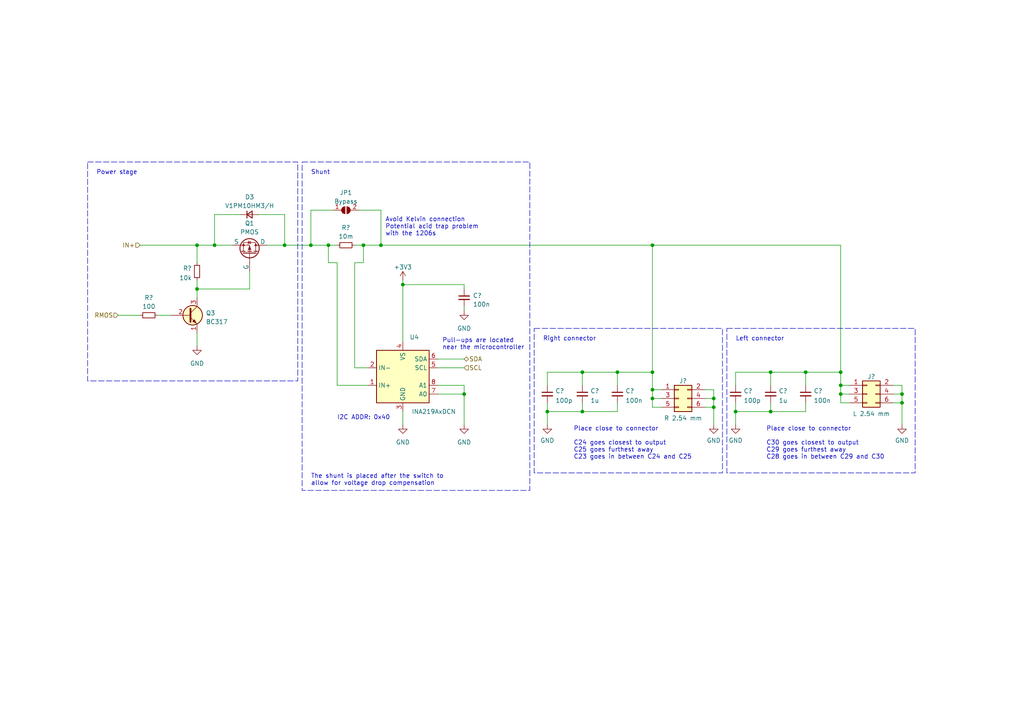
<source format=kicad_sch>
(kicad_sch (version 20230121) (generator eeschema)
  (paper "A4")
  (title_block (title "Output Control") (date "2023-05-09") (rev "2") (company "Cuprum77"))
  (lib_symbols
    (symbol "Connector_Generic:Conn_02x03_Odd_Even" (pin_names (offset 1.016) hide)
      (property "Reference" "J" (at 1.27 5.08 0))
      (property "Value" "Conn_02x03_Odd_Even" (at 1.27 -5.08 0))
      (symbol "Conn_02x03_Odd_Even_1_1"
        (rectangle (start -1.27 -2.413) (end 0 -2.667) (stroke (width 0.1524)))
        (rectangle (start -1.27 0.127) (end 0 -0.127) (stroke (width 0.1524)))
        (rectangle (start -1.27 2.667) (end 0 2.413) (stroke (width 0.1524)))
        (rectangle (start -1.27 3.81) (end 3.81 -3.81) (stroke (width 0.254)) (fill (type background)))
        (rectangle (start 3.81 -2.413) (end 2.54 -2.667) (stroke (width 0.1524)))
        (rectangle (start 3.81 0.127) (end 2.54 -0.127) (stroke (width 0.1524)))
        (rectangle (start 3.81 2.667) (end 2.54 2.413) (stroke (width 0.1524)))
        (pin passive line (at -5.08 2.54 0) (length 3.81) (name "Pin_1") (number "1"))
        (pin passive line (at 7.62 2.54 180) (length 3.81) (name "Pin_2") (number "2"))
        (pin passive line (at -5.08 0 0) (length 3.81) (name "Pin_3") (number "3"))
        (pin passive line (at 7.62 0 180) (length 3.81) (name "Pin_4") (number "4"))
        (pin passive line (at -5.08 -2.54 0) (length 3.81) (name "Pin_5") (number "5"))
        (pin passive line (at 7.62 -2.54 180) (length 3.81) (name "Pin_6") (number "6"))
      )
    )
    (symbol "Device:C_Small" (pin_numbers hide) (pin_names (offset 0.254) hide)
      (property "Reference" "C" (at 0.254 1.778 0))
      (property "Value" "C_Small" (at 0.254 -2.032 0))
      (symbol "C_Small_0_1"
        (polyline (pts (xy -1.524 -0.508) (xy 1.524 -0.508)) (stroke (width 0.3302)))
        (polyline (pts (xy -1.524 0.508) (xy 1.524 0.508)) (stroke (width 0.3048)))
      )
      (symbol "C_Small_1_1"
        (pin passive line (at 0 2.54 270) (length 2.032) (name "~") (number "1"))
        (pin passive line (at 0 -2.54 90) (length 2.032) (name "~") (number "2"))
      )
    )
    (symbol "Device:D_Small" (pin_numbers hide) (pin_names (offset 0.254) hide)
      (property "Reference" "D" (at -1.27 2.032 0))
      (property "Value" "D_Small" (at -3.81 -2.032 0))
      (symbol "D_Small_0_1"
        (polyline (pts (xy -0.762 -1.016) (xy -0.762 1.016)) (stroke (width 0.254)))
        (polyline (pts (xy -0.762 0) (xy 0.762 0)))
        (polyline (pts (xy 0.762 -1.016) (xy -0.762 0) (xy 0.762 1.016) (xy 0.762 -1.016)) (stroke (width 0.254)))
      )
      (symbol "D_Small_1_1"
        (pin passive line (at -2.54 0 0) (length 1.778) (name "K") (number "1"))
        (pin passive line (at 2.54 0 180) (length 1.778) (name "A") (number "2"))
      )
    )
    (symbol "Device:R_Small" (pin_numbers hide) (pin_names (offset 0.254) hide)
      (property "Reference" "R" (at 0.762 0.508 0))
      (property "Value" "R_Small" (at 0.762 -1.016 0))
      (symbol "R_Small_0_1"
        (rectangle (start -0.762 1.778) (end 0.762 -1.778) (stroke (width 0.2032)))
      )
      (symbol "R_Small_1_1"
        (pin passive line (at 0 2.54 270) (length 0.762) (name "~") (number "1"))
        (pin passive line (at 0 -2.54 90) (length 0.762) (name "~") (number "2"))
      )
    )
    (symbol "Jumper:SolderJumper_2_Open" (pin_names (offset 0) hide)
      (property "Reference" "JP" (at 0 2.032 0))
      (property "Value" "SolderJumper_2_Open" (at 0 -2.54 0))
      (symbol "SolderJumper_2_Open_0_1"
        (arc (start -0.254 1.016) (mid -1.2656 0) (end -0.254 -1.016))
        (arc (start -0.254 1.016) (mid -1.2656 0) (end -0.254 -1.016) (fill (type outline)))
        (polyline (pts (xy -0.254 1.016) (xy -0.254 -1.016)))
        (polyline (pts (xy 0.254 1.016) (xy 0.254 -1.016)))
        (arc (start 0.254 -1.016) (mid 1.2656 0) (end 0.254 1.016))
        (arc (start 0.254 -1.016) (mid 1.2656 0) (end 0.254 1.016) (fill (type outline)))
      )
      (symbol "SolderJumper_2_Open_1_1"
        (pin passive line (at -3.81 0 0) (length 2.54) (name "A") (number "1"))
        (pin passive line (at 3.81 0 180) (length 2.54) (name "B") (number "2"))
      )
    )
    (symbol "PCM_4ms_Power-symbol:GND" (power) (pin_names (offset 0))
      (property "Value" "GND" (at 0 -3.81 0))
      (symbol "GND_0_1"
        (polyline (pts (xy 0 0) (xy 0 -1.27) (xy 1.27 -1.27) (xy 0 -2.54) (xy -1.27 -1.27) (xy 0 -1.27)))
      )
      (symbol "GND_1_1"
        (pin power_in line (at 0 0 270) (length 0) hide (name "GND") (number "1"))
      )
    )
    (symbol "PCM_Transistor_BJT_AKL:BC317" (pin_names hide)
      (property "Reference" "Q" (at 5.08 1.27 0))
      (property "Value" "BC317" (at 5.08 -1.27 0))
      (symbol "BC317_0_1"
        (polyline (pts (xy 0.635 0.635) (xy 2.54 2.54)))
        (polyline (pts (xy 0.635 -0.635) (xy 2.54 -2.54) (xy 2.54 -2.54)))
        (polyline (pts (xy 0.635 1.905) (xy 0.635 -1.905) (xy 0.635 -1.905)) (stroke (width 0.508)))
        (polyline (pts (xy 1.27 -1.778) (xy 1.778 -1.27) (xy 2.286 -2.286) (xy 1.27 -1.778) (xy 1.27 -1.778)) (fill (type outline)))
        (circle (center 1.27 0) (radius 2.8194) (stroke (width 0.254)) (fill (type background)))
      )
      (symbol "BC317_1_1"
        (pin passive line (at 2.54 -5.08 90) (length 2.54) (name "E") (number "1"))
        (pin passive line (at -5.08 0 0) (length 5.715) (name "B") (number "2"))
        (pin passive line (at 2.54 5.08 270) (length 2.54) (name "C") (number "3"))
      )
    )
    (symbol "Sensor_Energy:INA219AxDCN"
      (property "Reference" "U7" (at 1.9559 11.43 0))
      (property "Value" "INA219AxDCN" (at 1.9559 8.89 0))
      (symbol "INA219AxDCN_0_1"
        (rectangle (start -7.62 7.62) (end 7.62 -7.62) (stroke (width 0.254)) (fill (type background)))
      )
      (symbol "INA219AxDCN_1_1"
        (pin input line (at -10.16 -2.54 0) (length 2.54) (name "IN+") (number "1"))
        (pin input line (at -10.16 2.54 0) (length 2.54) (name "IN-") (number "2"))
        (pin power_in line (at 0 -10.16 90) (length 2.54) (name "GND") (number "3"))
        (pin power_in line (at 0 10.16 270) (length 2.54) (name "VS") (number "4"))
        (pin input line (at 10.16 2.54 180) (length 2.54) (name "SCL") (number "5"))
        (pin bidirectional line (at 10.16 5.08 180) (length 2.54) (name "SDA") (number "6"))
        (pin input line (at 10.16 -5.08 180) (length 2.54) (name "A0") (number "7"))
        (pin input line (at 10.16 -2.54 180) (length 2.54) (name "A1") (number "8"))
      )
    )
    (symbol "Simulation_SPICE:PMOS" (pin_numbers hide) (pin_names (offset 0))
      (property "Reference" "Q" (at 5.08 1.27 0))
      (property "Value" "PMOS" (at 5.08 -1.27 0))
      (symbol "PMOS_0_1"
        (polyline (pts (xy 0.254 0) (xy -2.54 0)))
        (polyline (pts (xy 0.254 1.905) (xy 0.254 -1.905)) (stroke (width 0.254)))
        (polyline (pts (xy 0.762 -1.27) (xy 0.762 -2.286)) (stroke (width 0.254)))
        (polyline (pts (xy 0.762 0.508) (xy 0.762 -0.508)) (stroke (width 0.254)))
        (polyline (pts (xy 0.762 2.286) (xy 0.762 1.27)) (stroke (width 0.254)))
        (polyline (pts (xy 2.54 2.54) (xy 2.54 1.778)))
        (polyline (pts (xy 2.54 -2.54) (xy 2.54 0) (xy 0.762 0)))
        (polyline (pts (xy 0.762 1.778) (xy 3.302 1.778) (xy 3.302 -1.778) (xy 0.762 -1.778)))
        (polyline (pts (xy 2.286 0) (xy 1.27 0.381) (xy 1.27 -0.381) (xy 2.286 0)) (fill (type outline)))
        (polyline (pts (xy 2.794 -0.508) (xy 2.921 -0.381) (xy 3.683 -0.381) (xy 3.81 -0.254)))
        (polyline (pts (xy 3.302 -0.381) (xy 2.921 0.254) (xy 3.683 0.254) (xy 3.302 -0.381)))
        (circle (center 1.651 0) (radius 2.794) (stroke (width 0.254)))
        (circle (center 2.54 -1.778) (radius 0.254) (fill (type outline)))
        (circle (center 2.54 1.778) (radius 0.254) (fill (type outline)))
      )
      (symbol "PMOS_1_1"
        (pin passive line (at 2.54 5.08 270) (length 2.54) (name "D") (number "1"))
        (pin input line (at -5.08 0 0) (length 2.54) (name "G") (number "2"))
        (pin passive line (at 2.54 -5.08 90) (length 2.54) (name "S") (number "3"))
      )
    )
    (symbol "power:+3V3" (power) (pin_names (offset 0))
      (property "Value" "+3V3" (at 0 3.556 0))
      (symbol "+3V3_0_1"
        (polyline (pts (xy -0.762 1.27) (xy 0 2.54)))
        (polyline (pts (xy 0 0) (xy 0 2.54)))
        (polyline (pts (xy 0 2.54) (xy 0.762 1.27)))
      )
      (symbol "+3V3_1_1"
        (pin power_in line (at 0 0 90) (length 0) hide (name "+3V3") (number "1"))
      )
    )
    (symbol "power:GND" (power) (pin_names (offset 0))
      (property "Value" "GND" (at 0 -3.81 0))
      (symbol "GND_0_1"
        (polyline (pts (xy 0 0) (xy 0 -1.27) (xy 1.27 -1.27) (xy 0 -2.54) (xy -1.27 -1.27) (xy 0 -1.27)))
      )
      (symbol "GND_1_1"
        (pin power_in line (at 0 0 270) (length 0) hide (name "GND") (number "1"))
      )
    )
  )
  (junction (at 189.23 71.12))
  (junction (at 158.75 119.38))
  (junction (at 243.84 114.3))
  (junction (at 105.41 71.12))
  (junction (at 213.36 119.38))
  (junction (at 57.15 71.12))
  (junction (at 168.91 107.95))
  (junction (at 243.84 107.95))
  (junction (at 189.23 115.57))
  (junction (at 116.84 82.55))
  (junction (at 168.91 119.38))
  (junction (at 189.23 107.95))
  (junction (at 110.49 71.12))
  (junction (at 95.25 71.12))
  (junction (at 189.23 113.03))
  (junction (at 134.62 114.3))
  (junction (at 179.07 107.95))
  (junction (at 233.68 107.95))
  (junction (at 82.55 71.12))
  (junction (at 261.62 114.3))
  (junction (at 223.52 107.95))
  (junction (at 207.01 115.57))
  (junction (at 62.23 71.12))
  (junction (at 223.52 119.38))
  (junction (at 243.84 111.76))
  (junction (at 90.17 71.12))
  (junction (at 57.15 83.82))
  (junction (at 207.01 118.11))
  (junction (at 261.62 116.84))
  (wire (pts (xy 168.91 111.76) (xy 168.91 107.95)))
  (wire (pts (xy 207.01 123.19) (xy 207.01 118.11)))
  (wire (pts (xy 74.93 62.23) (xy 82.55 62.23)))
  (wire (pts (xy 72.39 83.82) (xy 72.39 78.74)))
  (wire (pts (xy 158.75 119.38) (xy 158.75 116.84)))
  (wire (pts (xy 204.47 113.03) (xy 207.01 113.03)))
  (wire (pts (xy 116.84 82.55) (xy 116.84 99.06)))
  (wire (pts (xy 204.47 115.57) (xy 207.01 115.57)))
  (wire (pts (xy 127 106.68) (xy 134.62 106.68)))
  (wire (pts (xy 127 111.76) (xy 134.62 111.76)))
  (wire (pts (xy 243.84 114.3) (xy 246.38 114.3)))
  (wire (pts (xy 127 114.3) (xy 134.62 114.3)))
  (wire (pts (xy 40.64 91.44) (xy 34.29 91.44)))
  (wire (pts (xy 223.52 116.84) (xy 223.52 119.38)))
  (wire (pts (xy 189.23 71.12) (xy 243.84 71.12)))
  (wire (pts (xy 191.77 118.11) (xy 189.23 118.11)))
  (wire (pts (xy 207.01 118.11) (xy 207.01 115.57)))
  (wire (pts (xy 189.23 115.57) (xy 189.23 113.03)))
  (wire (pts (xy 189.23 107.95) (xy 189.23 113.03)))
  (wire (pts (xy 259.08 111.76) (xy 261.62 111.76)))
  (wire (pts (xy 90.17 60.96) (xy 90.17 71.12)))
  (wire (pts (xy 57.15 83.82) (xy 57.15 86.36)))
  (wire (pts (xy 62.23 71.12) (xy 67.31 71.12)))
  (wire (pts (xy 127 104.14) (xy 134.62 104.14)))
  (wire (pts (xy 204.47 118.11) (xy 207.01 118.11)))
  (wire (pts (xy 158.75 119.38) (xy 168.91 119.38)))
  (wire (pts (xy 189.23 71.12) (xy 189.23 107.95)))
  (wire (pts (xy 102.87 76.2) (xy 105.41 76.2)))
  (wire (pts (xy 189.23 113.03) (xy 191.77 113.03)))
  (wire (pts (xy 97.79 76.2) (xy 97.79 111.76)))
  (wire (pts (xy 233.68 116.84) (xy 233.68 119.38)))
  (wire (pts (xy 223.52 111.76) (xy 223.52 107.95)))
  (wire (pts (xy 110.49 60.96) (xy 110.49 71.12)))
  (wire (pts (xy 134.62 82.55) (xy 116.84 82.55)))
  (wire (pts (xy 243.84 111.76) (xy 243.84 114.3)))
  (wire (pts (xy 69.85 62.23) (xy 62.23 62.23)))
  (wire (pts (xy 102.87 106.68) (xy 102.87 76.2)))
  (wire (pts (xy 134.62 88.9) (xy 134.62 90.17)))
  (wire (pts (xy 116.84 81.28) (xy 116.84 82.55)))
  (wire (pts (xy 158.75 123.19) (xy 158.75 119.38)))
  (wire (pts (xy 233.68 107.95) (xy 243.84 107.95)))
  (wire (pts (xy 213.36 111.76) (xy 213.36 107.95)))
  (wire (pts (xy 233.68 111.76) (xy 233.68 107.95)))
  (wire (pts (xy 104.14 60.96) (xy 110.49 60.96)))
  (wire (pts (xy 261.62 114.3) (xy 261.62 111.76)))
  (wire (pts (xy 105.41 76.2) (xy 105.41 71.12)))
  (wire (pts (xy 179.07 111.76) (xy 179.07 107.95)))
  (wire (pts (xy 90.17 71.12) (xy 95.25 71.12)))
  (wire (pts (xy 243.84 71.12) (xy 243.84 107.95)))
  (wire (pts (xy 243.84 107.95) (xy 243.84 111.76)))
  (wire (pts (xy 102.87 106.68) (xy 106.68 106.68)))
  (wire (pts (xy 57.15 83.82) (xy 72.39 83.82)))
  (wire (pts (xy 179.07 107.95) (xy 189.23 107.95)))
  (wire (pts (xy 40.64 71.12) (xy 57.15 71.12)))
  (wire (pts (xy 57.15 96.52) (xy 57.15 100.33)))
  (wire (pts (xy 105.41 71.12) (xy 110.49 71.12)))
  (wire (pts (xy 168.91 119.38) (xy 179.07 119.38)))
  (wire (pts (xy 261.62 123.19) (xy 261.62 116.84)))
  (wire (pts (xy 168.91 116.84) (xy 168.91 119.38)))
  (wire (pts (xy 102.87 71.12) (xy 105.41 71.12)))
  (wire (pts (xy 213.36 119.38) (xy 213.36 116.84)))
  (wire (pts (xy 134.62 83.82) (xy 134.62 82.55)))
  (wire (pts (xy 95.25 71.12) (xy 97.79 71.12)))
  (wire (pts (xy 261.62 116.84) (xy 261.62 114.3)))
  (wire (pts (xy 189.23 115.57) (xy 189.23 118.11)))
  (wire (pts (xy 243.84 114.3) (xy 243.84 116.84)))
  (wire (pts (xy 213.36 107.95) (xy 223.52 107.95)))
  (wire (pts (xy 158.75 107.95) (xy 168.91 107.95)))
  (wire (pts (xy 57.15 81.28) (xy 57.15 83.82)))
  (wire (pts (xy 116.84 119.38) (xy 116.84 123.19)))
  (wire (pts (xy 62.23 62.23) (xy 62.23 71.12)))
  (wire (pts (xy 223.52 119.38) (xy 233.68 119.38)))
  (wire (pts (xy 207.01 115.57) (xy 207.01 113.03)))
  (wire (pts (xy 213.36 119.38) (xy 223.52 119.38)))
  (wire (pts (xy 90.17 60.96) (xy 96.52 60.96)))
  (wire (pts (xy 243.84 111.76) (xy 246.38 111.76)))
  (wire (pts (xy 95.25 71.12) (xy 95.25 76.2)))
  (wire (pts (xy 134.62 111.76) (xy 134.62 114.3)))
  (wire (pts (xy 57.15 71.12) (xy 57.15 76.2)))
  (wire (pts (xy 213.36 119.38) (xy 213.36 123.19)))
  (wire (pts (xy 82.55 62.23) (xy 82.55 71.12)))
  (wire (pts (xy 95.25 76.2) (xy 97.79 76.2)))
  (wire (pts (xy 259.08 114.3) (xy 261.62 114.3)))
  (wire (pts (xy 259.08 116.84) (xy 261.62 116.84)))
  (wire (pts (xy 246.38 116.84) (xy 243.84 116.84)))
  (wire (pts (xy 158.75 111.76) (xy 158.75 107.95)))
  (wire (pts (xy 168.91 107.95) (xy 179.07 107.95)))
  (wire (pts (xy 77.47 71.12) (xy 82.55 71.12)))
  (wire (pts (xy 134.62 114.3) (xy 134.62 123.19)))
  (wire (pts (xy 45.72 91.44) (xy 49.53 91.44)))
  (wire (pts (xy 110.49 71.12) (xy 189.23 71.12)))
  (wire (pts (xy 97.79 111.76) (xy 106.68 111.76)))
  (wire (pts (xy 189.23 115.57) (xy 191.77 115.57)))
  (wire (pts (xy 179.07 116.84) (xy 179.07 119.38)))
  (wire (pts (xy 223.52 107.95) (xy 233.68 107.95)))
  (wire (pts (xy 57.15 71.12) (xy 62.23 71.12)))
  (wire (pts (xy 82.55 71.12) (xy 90.17 71.12)))
  (rectangle (start 210.82 95.25) (end 265.43 137.16) (stroke (width 0) (type dash)))
  (rectangle (start 154.94 95.25) (end 209.55 137.16) (stroke (width 0) (type dash)))
  (rectangle (start 87.63 46.99) (end 153.67 142.24) (stroke (width 0) (type dash)))
  (rectangle (start 25.4 46.99) (end 86.36 110.49) (stroke (width 0) (type dash)))
  (text "Place close to connector\n\nC30 goes closest to output\nC29 goes furthest away\nC28 goes in between C29 and C30" (at 222.25 133.35 0) (effects (font (size 1.27 1.27)) (justify left bottom)))
  (text "Shunt" (at 90.17 50.8 0) (effects (font (size 1.27 1.27)) (justify left bottom)))
  (text "I2C ADDR: 0x40" (at 97.79 121.92 0) (effects (font (size 1.27 1.27)) (justify left bottom)))
  (text "Avoid Kelvin connection\nPotential acid trap problem\nwith the 1206s" (at 111.76 68.58 0) (effects (font (size 1.27 1.27)) (justify left bottom)))
  (text "The shunt is placed after the switch to \nallow for voltage drop compensation" (at 90.17 140.97 0) (effects (font (size 1.27 1.27)) (justify left bottom)))
  (text "Right connector" (at 157.48 99.06 0) (effects (font (size 1.27 1.27)) (justify left bottom)))
  (text "Left connector" (at 213.36 99.06 0) (effects (font (size 1.27 1.27)) (justify left bottom)))
  (text "Pull-ups are located \nnear the microcontroller" (at 128.27 101.6 0) (effects (font (size 1.27 1.27)) (justify left bottom)))
  (text "Place close to connector\n\nC24 goes closest to output\nC25 goes furthest away\nC23 goes in between C24 and C25" (at 166.37 133.35 0) (effects (font (size 1.27 1.27)) (justify left bottom)))
  (text "Power stage" (at 27.94 50.8 0) (effects (font (size 1.27 1.27)) (justify left bottom)))
  (hierarchical_label "SDA" (shape bidirectional) (at 134.62 104.14 0))
  (hierarchical_label "IN+" (shape input) (at 40.64 71.12 180))
  (hierarchical_label "SCL" (shape input) (at 134.62 106.68 0))
  (hierarchical_label "RMOS" (shape input) (at 34.29 91.44 180))
  (symbol (lib_id "Device:R_Small") (at 57.15 78.74 0) (mirror y) (unit 1)
    (property "Reference" "R?" (at 55.6514 77.8315 0) (effects (justify left)))
    (property "Value" "10k" (at 55.6514 80.6066 0) (effects (justify left)))
    (property "Footprint" "Cuprum:R_0603_1608Metric" (effects hide))
    (instances (project "USB-PD" (path "" (reference "R?") (unit 1)) (path "" (reference "R8") (unit 1))))
  )
  (symbol (lib_id "Device:R_Small") (at 100.33 71.12 90) (unit 1)
    (property "Reference" "R?" (at 100.33 66.04 90))
    (property "Value" "10m" (at 100.33 68.58 90))
    (property "Footprint" "Resistor_SMD:R_1206_3216Metric" (effects hide))
    (instances (project "USB-PD" (path "" (reference "R?") (unit 1)) (path "" (reference "R9") (unit 1)) (path "" (reference "R9") (unit 1)) (path "" (reference "R17") (unit 1))))
  )
  (symbol (lib_id "Device:C_Small") (at 213.36 114.3 0) (unit 1)
    (property "Reference" "C?" (at 215.6841 113.3978 0) (effects (justify left)))
    (property "Value" "100p" (at 215.6841 116.1729 0) (effects (justify left)))
    (property "Footprint" "KiCAD Library:C_0603_1608Metric" (effects hide))
    (instances (project "USB-PD" (path "" (reference "C?") (unit 1)) (path "" (reference "C30") (unit 1))))
  )
  (symbol (lib_id "Sensor_Energy:INA219AxDCN") (at 116.84 109.22 0) (unit 1)
    (property "Reference" "U4" (at 118.7959 97.79 0) (effects (justify left)))
    (property "Value" "INA219AxDCN" (at 119.38 119.38 0) (effects (justify left)))
    (property "Footprint" "Package_TO_SOT_SMD:SOT-23-8" (effects hide))
    (property "Datasheet" "http://www.ti.com/lit/ds/symlink/ina219.pdf" (effects hide))
  )
  (symbol (lib_id "PCM_4ms_Power-symbol:GND") (at 134.62 90.17 0) (unit 1)
    (property "Reference" "#PWR030" (effects hide))
    (property "Value" "GND" (at 134.62 95.25 0))
  )
  (symbol (lib_id "Device:C_Small") (at 158.75 114.3 0) (unit 1)
    (property "Reference" "C?" (at 161.0741 113.3978 0) (effects (justify left)))
    (property "Value" "100p" (at 161.0741 116.1729 0) (effects (justify left)))
    (property "Footprint" "KiCAD Library:C_0603_1608Metric" (effects hide))
    (instances (project "USB-PD" (path "" (reference "C?") (unit 1)) (path "" (reference "C25") (unit 1))))
  )
  (symbol (lib_id "Device:R_Small") (at 43.18 91.44 90) (mirror x) (unit 1)
    (property "Reference" "R?" (at 43.18 86.36 90))
    (property "Value" "100" (at 43.18 88.9 90))
    (property "Footprint" "Cuprum:R_0603_1608Metric" (effects hide))
    (instances (project "USB-PD" (path "" (reference "R?") (unit 1)) (path "" (reference "R6") (unit 1))))
  )
  (symbol (lib_id "Device:C_Small") (at 134.62 86.36 0) (unit 1)
    (property "Reference" "C?" (at 137.16 85.7313 0) (effects (justify left)))
    (property "Value" "100n" (at 137.16 88.2713 0) (effects (justify left)))
    (property "Footprint" "KiCAD Library:C_0603_1608Metric" (effects hide))
    (instances (project "USB-PD" (path "" (reference "C?") (unit 1)) (path "" (reference "C34") (unit 1)) (path "" (reference "C13") (unit 1))))
  )
  (symbol (lib_id "Jumper:SolderJumper_2_Open") (at 100.33 60.96 0) (unit 1)
    (property "Reference" "JP1" (at 100.33 55.88 0))
    (property "Value" "Bypass" (at 100.33 58.42 0))
    (property "Footprint" "Jumper:SolderJumper-2_P1.3mm_Open_RoundedPad1.0x1.5mm" (effects hide))
  )
  (symbol (lib_id "Device:C_Small") (at 233.68 114.3 0) (unit 1)
    (property "Reference" "C?" (at 236.0041 113.3978 0) (effects (justify left)))
    (property "Value" "100n" (at 236.0041 116.1729 0) (effects (justify left)))
    (property "Footprint" "KiCAD Library:C_0603_1608Metric" (effects hide))
    (instances (project "USB-PD" (path "" (reference "C?") (unit 1)) (path "" (reference "C29") (unit 1))))
  )
  (symbol (lib_id "PCM_4ms_Power-symbol:GND") (at 134.62 123.19 0) (unit 1)
    (property "Reference" "#PWR035" (effects hide))
    (property "Value" "GND" (at 134.62 128.27 0))
  )
  (symbol (lib_id "power:GND") (at 158.75 123.19 0) (unit 1)
    (property "Reference" "#PWR?" (effects hide))
    (property "Value" "GND" (at 158.75 127.7525 0))
    (instances (project "USB-PD" (path "" (reference "#PWR?") (unit 1)) (path "" (reference "#PWR027") (unit 1))))
  )
  (symbol (lib_id "power:GND") (at 261.62 123.19 0) (unit 1)
    (property "Reference" "#PWR?" (effects hide))
    (property "Value" "GND" (at 261.62 127.7525 0))
    (instances (project "USB-PD" (path "" (reference "#PWR?") (unit 1)) (path "" (reference "#PWR024") (unit 1))))
  )
  (symbol (lib_id "PCM_4ms_Power-symbol:GND") (at 116.84 123.19 0) (unit 1)
    (property "Reference" "#PWR034" (effects hide))
    (property "Value" "GND" (at 116.84 128.27 0))
  )
  (symbol (lib_id "power:GND") (at 207.01 123.19 0) (unit 1)
    (property "Reference" "#PWR?" (effects hide))
    (property "Value" "GND" (at 207.01 127.7525 0))
    (instances (project "USB-PD" (path "" (reference "#PWR?") (unit 1)) (path "" (reference "#PWR017") (unit 1))))
  )
  (symbol (lib_id "Connector_Generic:Conn_02x03_Odd_Even") (at 251.46 114.3 0) (unit 1)
    (property "Reference" "J?" (at 252.73 109.22 0))
    (property "Value" "L 2.54 mm" (at 252.73 120.015 0))
    (property "Footprint" "KiCAD Library:PinHeader_2x03_P2.54mm_Vertical_Elongated" (effects hide))
    (instances (project "USB-PD" (path "" (reference "J?") (unit 1)) (path "" (reference "J3") (unit 1))))
  )
  (symbol (lib_id "Device:C_Small") (at 179.07 114.3 0) (unit 1)
    (property "Reference" "C?" (at 181.3941 113.3978 0) (effects (justify left)))
    (property "Value" "100n" (at 181.3941 116.1729 0) (effects (justify left)))
    (property "Footprint" "KiCAD Library:C_0603_1608Metric" (effects hide))
    (instances (project "USB-PD" (path "" (reference "C?") (unit 1)) (path "" (reference "C24") (unit 1))))
  )
  (symbol (lib_id "power:GND") (at 213.36 123.19 0) (unit 1)
    (property "Reference" "#PWR?" (effects hide))
    (property "Value" "GND" (at 213.36 127.7525 0))
    (instances (project "USB-PD" (path "" (reference "#PWR?") (unit 1)) (path "" (reference "#PWR019") (unit 1))))
  )
  (symbol (lib_id "PCM_Transistor_BJT_AKL:BC317") (at 54.61 91.44 0) (unit 1)
    (property "Reference" "Q3" (at 59.69 90.805 0) (effects (justify left)))
    (property "Value" "BC317" (at 59.69 93.345 0) (effects (justify left)))
    (property "Footprint" "Package_TO_SOT_THT_AKL:TO-92_Inline_Wide_EBC" (effects hide))
    (property "Datasheet" "http://www.alphacron.de/download/hardware/BC167.pdf" (effects hide))
  )
  (symbol (lib_id "Device:C_Small") (at 223.52 114.3 0) (unit 1)
    (property "Reference" "C?" (at 225.8441 113.3978 0) (effects (justify left)))
    (property "Value" "1u" (at 225.8441 116.1729 0) (effects (justify left)))
    (property "Footprint" "KiCAD Library:C_0603_1608Metric" (effects hide))
    (instances (project "USB-PD" (path "" (reference "C?") (unit 1)) (path "" (reference "C28") (unit 1))))
  )
  (symbol (lib_id "PCM_4ms_Power-symbol:GND") (at 57.15 100.33 0) (unit 1)
    (property "Reference" "#PWR040" (effects hide))
    (property "Value" "GND" (at 57.15 105.41 0))
  )
  (symbol (lib_id "Device:C_Small") (at 168.91 114.3 0) (unit 1)
    (property "Reference" "C?" (at 171.2341 113.3978 0) (effects (justify left)))
    (property "Value" "1u" (at 171.2341 116.1729 0) (effects (justify left)))
    (property "Footprint" "KiCAD Library:C_0603_1608Metric" (effects hide))
    (instances (project "USB-PD" (path "" (reference "C?") (unit 1)) (path "" (reference "C23") (unit 1))))
  )
  (symbol (lib_id "power:+3V3") (at 116.84 81.28 0) (unit 1)
    (property "Reference" "#PWR?" (effects hide))
    (property "Value" "+3V3" (at 116.84 77.47 0))
    (instances (project "USB-PD" (path "" (reference "#PWR?") (unit 1)) (path "" (reference "#PWR010") (unit 1)) (path "" (reference "#PWR033") (unit 1))))
  )
  (symbol (lib_id "Connector_Generic:Conn_02x03_Odd_Even") (at 196.85 115.57 0) (unit 1)
    (property "Reference" "J?" (at 198.12 110.49 0))
    (property "Value" "R 2.54 mm" (at 198.12 121.285 0))
    (property "Footprint" "KiCAD Library:PinHeader_2x03_P2.54mm_Vertical_Elongated" (effects hide))
    (instances (project "USB-PD" (path "" (reference "J?") (unit 1)) (path "" (reference "J2") (unit 1))))
  )
  (symbol (lib_id "Simulation_SPICE:PMOS") (at 72.39 73.66 270) (mirror x) (unit 1)
    (property "Reference" "Q1" (at 72.39 64.77 90))
    (property "Value" "PMOS" (at 72.39 67.31 90))
    (property "Datasheet" "https://ngspice.sourceforge.io/docs/ngspice-manual.pdf" (effects hide))
    (property "Sim.Device" "PMOS" (effects hide))
    (property "Sim.Type" "VDMOS" (effects hide))
    (property "Sim.Pins" "1=D 2=G 3=S" (effects hide))
  )
  (symbol (lib_id "Device:D_Small") (at 72.39 62.23 0) (unit 1)
    (property "Reference" "D3" (at 72.39 57.15 0))
    (property "Value" "V1PM10HM3/H\n" (at 72.39 59.69 0))
    (property "Footprint" "KiCAD Library:V1PM10HM3H" (effects hide))
    (property "Sim.Device" "D" (effects hide))
    (property "Sim.Pins" "1=K 2=A" (effects hide))
  )
)
</source>
